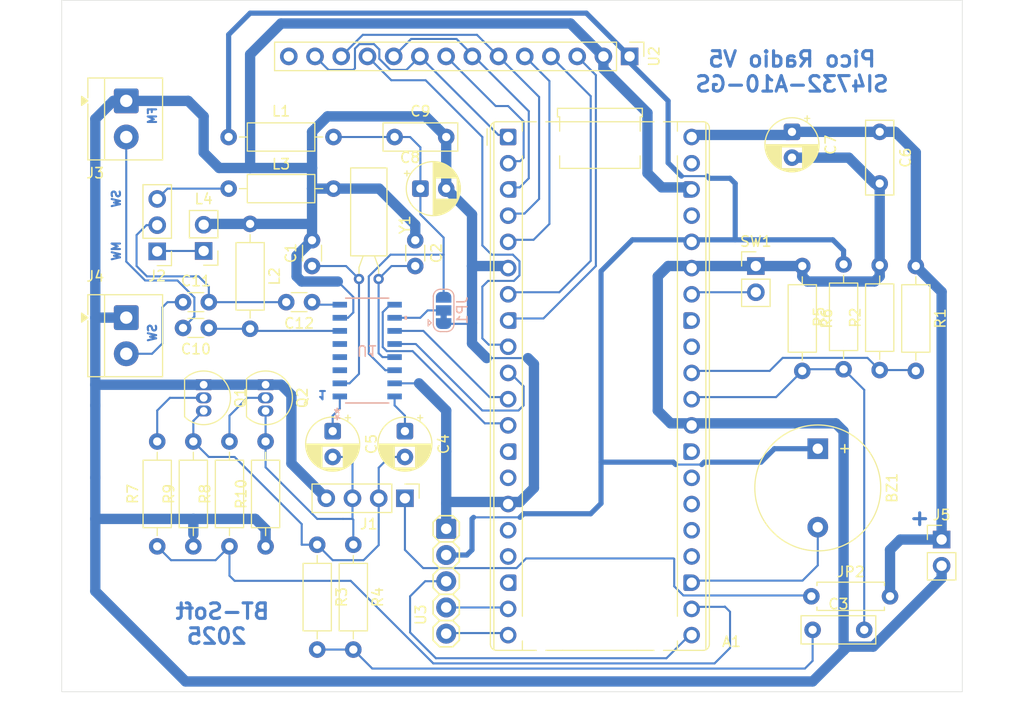
<source format=kicad_pcb>
(kicad_pcb (version 20241229) (generator "pcbnew") (generator_version "9.0")
  (title_block (title "Pico Radio 5"))
  (layers (0 "F.Cu" signal) (2 "B.Cu" signal) (13 "F.Paste" user) (15 "B.Paste" user) (5 "F.SilkS" user "F.Silkscreen") (7 "B.SilkS" user "B.Silkscreen") (1 "F.Mask" user) (3 "B.Mask" user) (25 "Edge.Cuts" user))
  (net 0 "")
  (net 1 "+3.3V")
  (net 2 "/DC")
  (net 3 "GND")
  (net 4 "+Vsys")
  (net 8 "/CS")
  (net 11 "/T_CS")
  (net 12 "ROT_SW")
  (net 14 "AD_FFT_AUDIO")
  (net 15 "Net-(A1-GPIO27_ADC1)")
  (net 16 "BUZZER")
  (net 17 "/RST")
  (net 18 "+Vbus")
  (net 19 "/SDI")
  (net 21 "/SCK")
  (net 22 "AUDIO_MUTE")
  (net 23 "Net-(A1-RUN)")
  (net 27 "ROT_DT")
  (net 28 "ROT_CLK")
  (net 29 "Net-(U1-GPO3{slash}DCLK)")
  (net 30 "Net-(U1-RCLK)")
  (net 31 "Net-(C3-Pad1)")
  (net 32 "Net-(U1-ROUT{slash}DOUT)")
  (net 33 "AUDIO_R")
  (net 34 "Net-(U1-LOUT{slash}DFS)")
  (net 35 "AUDIO_L")
  (net 36 "Net-(Q1-B)")
  (net 37 "Net-(Q2-B)")
  (net 39 "Net-(J3-Pin_2)")
  (net 43 "/SDO")
  (net 44 "Net-(U1-FMI)")
  (net 45 "Net-(J2-Pin_2)")
  (net 46 "Net-(J4-Pin_2)")
  (net 47 "Net-(U1-AMI)")
  (net 48 "Net-(J2-Pin_1)")
  (net 49 "Net-(J2-Pin_3)")
  (net 51 "Net-(JP1-C)")
  (net 52 "/Si_RST")
  (net 53 "/Si_SDA")
  (net 54 "/Si_SCL")
  (net 55 "Net-(JP1-B)")
  (net 56 "/LED")
  (net 58 "unconnected-(A1-GPIO22-Pad25)")
  (net 59 "Net-(J1-Pin_1)")
  (footprint "MountingHole:MountingHole_3.2mm_M3" (layer "F.Cu") (at 32.25 43.75)
    (property "Reference" "REF**" (hide yes))
    (property "Value" "MountingHole_3.2mm_M3")
  )
  (footprint "Resistor_THT:R_Axial_DIN0207_L6.3mm_D2.5mm_P10.16mm_Horizontal" (layer "F.Cu") (at 55.08 53.5 180)
    (property "Reference" "L1")
    (property "Value" "47uH")
  )
  (footprint "Capacitor_THT:C_Disc_D7.0mm_W2.5mm_P5.00mm" (layer "F.Cu") (at 66 53.5 180)
    (property "Reference" "C9")
    (property "Value" "100nF")
  )
  (footprint "Capacitor_THT:CP_Radial_D5.0mm_P2.50mm" (layer "F.Cu") (at 63.5 58.5)
    (property "Reference" "C8")
    (property "Value" "4.7uF")
  )
  (footprint "Connector_PinHeader_2.54mm:PinHeader_1x02_P2.54mm_Vertical" (layer "F.Cu") (at 96 66)
    (property "Reference" "SW1")
    (property "Value" "Reset")
  )
  (footprint "Connector_PinHeader_2.54mm:PinHeader_1x03_P2.54mm_Vertical" (layer "F.Cu") (at 38 64.58 180)
    (property "Reference" "J2")
    (property "Value" "MW/SW antenna")
  )
  (footprint "Resistor_THT:R_Axial_DIN0207_L6.3mm_D2.5mm_P10.16mm_Horizontal" (layer "F.Cu") (at 53.5 93 -90)
    (property "Reference" "R3")
    (property "Value" "22k")
  )
  (footprint "Capacitor_THT:CP_Radial_D5.0mm_P2.50mm" (layer "F.Cu") (at 99.5 53 -90)
    (property "Reference" "C7")
    (property "Value" "4.7uF")
  )
  (footprint "Resistor_THT:R_Axial_DIN0207_L6.3mm_D2.5mm_P10.16mm_Horizontal" (layer "F.Cu") (at 47 61.92 -90)
    (property "Reference" "L2")
    (property "Value" "270uH")
  )
  (footprint "Resistor_THT:R_Axial_DIN0207_L6.3mm_D2.5mm_P10.16mm_Horizontal" (layer "F.Cu") (at 57 93 -90)
    (property "Reference" "R4")
    (property "Value" "22k")
  )
  (footprint "Resistor_THT:R_Axial_DIN0207_L6.3mm_D2.5mm_P7.62mm_Horizontal" (layer "F.Cu") (at 101.38 98)
    (property "Reference" "JP2")
    (property "Value" "NYÁK átkötés")
  )
  (footprint "Resistor_THT:R_Axial_DIN0207_L6.3mm_D2.5mm_P10.16mm_Horizontal" (layer "F.Cu") (at 38 93.16 90)
    (property "Reference" "R7")
    (property "Value" "4.7k")
  )
  (footprint "Capacitor_THT:C_Disc_D3.0mm_W1.6mm_P2.50mm" (layer "F.Cu") (at 63 63.5 -90)
    (property "Reference" "C2")
    (property "Value" "22pF")
  )
  (footprint "Resistor_THT:R_Axial_DIN0207_L6.3mm_D2.5mm_P10.16mm_Horizontal" (layer "F.Cu") (at 48.5 93.16 90)
    (property "Reference" "R10")
    (property "Value" "4.7k")
  )
  (footprint "Capacitor_THT:C_Disc_D7.0mm_W2.5mm_P5.00mm" (layer "F.Cu") (at 108 53 -90)
    (property "Reference" "C6")
    (property "Value" "100nF")
  )
  (footprint "MountingHole:MountingHole_3.2mm_M3" (layer "F.Cu") (at 112.5 43.75)
    (property "Reference" "REF**" (hide yes))
    (property "Value" "MountingHole_3.2mm_M3")
  )
  (footprint "Connector_PinHeader_2.54mm:PinHeader_1x14_P2.54mm_Vertical" (layer "F.Cu") (at 83.77 45.69 -90)
    (property "Reference" "U2")
    (property "Value" "TFT_320x240")
  )
  (footprint "TerminalBlock_4Ucon:TerminalBlock_4Ucon_1x02_P3.50mm_Horizontal" (layer "F.Cu") (at 35 50 -90)
    (property "Reference" "J3")
    (property "Value" "FM antenna")
  )
  (footprint "Resistor_THT:R_Axial_DIN0207_L6.3mm_D2.5mm_P10.16mm_Horizontal" (layer "F.Cu") (at 41.5 93.16 90)
    (property "Reference" "R9")
    (property "Value" "4.7k")
  )
  (footprint "Package_TO_SOT_THT:TO-92_Inline" (layer "F.Cu") (at 42.5 77.5 -90)
    (property "Reference" "Q1")
    (property "Value" "PN2222A")
  )
  (footprint "Connector_PinHeader_2.54mm:PinHeader_1x04_P2.54mm_Vertical" (layer "F.Cu") (at 62 88.5 -90)
    (property "Reference" "J1")
    (property "Value" "HF Amplifier")
  )
  (footprint "Crystal:Crystal_C38-LF_D3.0mm_L8.0mm_Horizontal" (layer "F.Cu") (at 59.45 67.255 180)
    (property "Reference" "Y1")
    (property "Value" "32.762kHz")
  )
  (footprint "Resistor_THT:R_Axial_DIN0207_L6.3mm_D2.5mm_P10.16mm_Horizontal" (layer "F.Cu") (at 45 93.16 90)
    (property "Reference" "R8")
    (property "Value" "4.7k")
  )
  (footprint "Connector_PinHeader_2.54mm:PinHeader_1x02_P2.54mm_Vertical" (layer "F.Cu") (at 114 92.5)
    (property "Reference" "J5")
    (property "Value" "Batterry")
  )
  (footprint "Capacitor_THT:C_Disc_D3.0mm_W1.6mm_P2.50mm" (layer "F.Cu") (at 53 69.5 180)
    (property "Reference" "C12")
    (property "Value" "1nF")
  )
  (footprint "MountingHole:MountingHole_3.2mm_M3" (layer "F.Cu") (at 32.25 103.75)
    (property "Reference" "REF**" (hide yes))
    (property "Value" "MountingHole_3.2mm_M3")
  )
  (footprint "Connector_PinHeader_2.54mm:PinHeader_1x02_P2.54mm_Vertical" (layer "F.Cu") (at 42.5 64.54 180)
    (property "Reference" "L4")
    (property "Value" "30uH (MW Ferrite antenna)")
  )
  (footprint "MountingHole:MountingHole_3.2mm_M3" (layer "F.Cu") (at 112.5 103.75)
    (property "Reference" "REF**" (hide yes))
    (property "Value" "MountingHole_3.2mm_M3")
  )
  (footprint "Resistor_THT:R_Axial_DIN0207_L6.3mm_D2.5mm_P10.16mm_Horizontal" (layer "F.Cu") (at 104.5 76 90)
    (property "Reference" "R5")
    (property "Value" "10k")
  )
  (footprint "Resistor_THT:R_Axial_DIN0207_L6.3mm_D2.5mm_P10.16mm_Horizontal" (layer "F.Cu") (at 44.92 58.5)
    (property "Reference" "L3")
    (property "Value" "47uH")
  )
  (footprint "TerminalBlock_4Ucon:TerminalBlock_4Ucon_1x02_P3.50mm_Horizontal" (layer "F.Cu") (at 35 71 -90)
    (property "Reference" "J4")
    (property "Value" "SW antenna")
  )
  (footprint "Package_TO_SOT_THT:TO-92_Inline" (layer "F.Cu") (at 48.5 77.5 -90)
    (property "Reference" "Q2")
    (property "Value" "PN2222A")
  )
  (footprint "Resistor_THT:R_Axial_DIN0207_L6.3mm_D2.5mm_P10.16mm_Horizontal" (layer "F.Cu") (at 100.5 66 -90)
    (property "Reference" "R6")
    (property "Value" "10k")
  )
  (footprint "Capacitor_THT:CP_Radial_D5.0mm_P2.50mm" (layer "F.Cu") (at 55 82 -90)
    (property "Reference" "C5")
    (property "Value" "4.7uF")
  )
  (footprint "Capacitor_THT:C_Disc_D3.0mm_W1.6mm_P2.50mm" (layer "F.Cu") (at 53 66 90)
    (property "Reference" "C1")
    (property "Value" "22pF")
  )
  (footprint "Rotary_Encoder:KY-040-PORT" (layer "F.Cu") (at 66 95.27 90)
    (property "Reference" "U3")
    (property "Value" "KY-040")
  )
  (footprint "Resistor_THT:R_Axial_DIN0207_L6.3mm_D2.5mm_P10.16mm_Horizontal" (layer "F.Cu") (at 111.5 66 -90)
    (property "Reference" "R1")
    (property "Value" "200k")
  )
  (footprint "Module:RaspberryPi_Pico_Common_THT-simple" (layer "F.Cu") (at 72 53.5)
    (property "Reference" "A1")
    (property "Value" "RaspberryPi_Pico - purple")
  )
  (footprint "Capacitor_THT:C_Disc_D3.0mm_W1.6mm_P2.50mm" (layer "F.Cu") (at 40.5 69.5)
    (property "Reference" "C11")
    (property "Value" "1nF")
  )
  (footprint "Buzzer_Beeper:Buzzer_12x9.5RM7.6" (layer "F.Cu") (at 102 83.7 -90)
    (property "Reference" "BZ1")
    (property "Value" "Buzzer")
  )
  (footprint "Capacitor_THT:CP_Radial_D5.0mm_P2.50mm" (layer "F.Cu") (at 62 82 -90)
    (property "Reference" "C4")
    (property "Value" "4.7uF")
  )
  (footprint "Capacitor_THT:C_Disc_D7.0mm_W2.5mm_P5.00mm" (layer "F.Cu") (at 101.5 101.25)
    (property "Reference" "C3")
    (property "Value" "100nF")
  )
  (footprint "Capacitor_THT:C_Disc_D3.0mm_W1.6mm_P2.50mm" (layer "F.Cu") (at 43 72 180)
    (property "Reference" "C10")
    (property "Value" "33pF")
  )
  (footprint "Resistor_THT:R_Axial_DIN0207_L6.3mm_D2.5mm_P10.16mm_Horizontal" (layer "F.Cu") (at 108 76.08 90)
    (property "Reference" "R2")
    (property "Value" "100k")
  )
  (footprint "Package_SO:SOIC_A10-GS_SIL" (layer "B.Cu") (at 58.3457 74.19)
    (property "Reference" "U1")
    (property "Value" "SI4732-A10-GS")
  )
  (footprint "Jumper:SolderJumper-3_P1.3mm_Bridged12_RoundedPad1.0x1.5mm" (layer "B.Cu") (at 65.75 70.3 90)
    (property "Reference" "JP1")
    (property "Value" "Si4732 I2C Address")
  )
  (gr_line (start 28.75 40.25) (end 114.25 40.25) (stroke (width 0.05)) (layer "Edge.Cuts"))
  (gr_line (start 116 107.25) (end 116 40.25) (stroke (width 0.05)) (layer "Edge.Cuts"))
  (gr_line (start 116 107.25) (end 28.75 107.25) (stroke (width 0.05)) (layer "Edge.Cuts"))
  (gr_line (start 28.75 44) (end 28.75 40.25) (stroke (width 0.05)) (layer "Edge.Cuts"))
  (gr_line (start 28.75 107.25) (end 28.75 44) (stroke (width 0.05)) (layer "Edge.Cuts"))
  (gr_line (start 114.25 40.25) (end 116 40.25) (stroke (width 0.05)) (layer "Edge.Cuts"))
  (gr_text "SW" (at 38 71.5 90) (layer "B.Cu") (effects (font (size 0.8 0.8) (thickness 0.2) (bold yes)) (justify left bottom mirror)))
  (gr_text "SW" (at 34.5 58.5 90) (layer "B.Cu") (effects (font (size 0.8 0.8) (thickness 0.2) (bold yes)) (justify left bottom mirror)))
  (gr_text "BT-Soft \n2025" (at 43.75 102.75 0) (layer "B.Cu") (effects (font (size 1.5 1.5) (thickness 0.3) (bold yes)) (justify bottom mirror)))
  (gr_text "Pico Radio V5\nSI4732-A10-GS" (at 99.5 49.25 0) (layer "B.Cu") (effects (font (size 1.5 1.5) (thickness 0.3) (bold yes)) (justify bottom mirror)))
  (gr_text "+" (at 113 91.25 0) (layer "B.Cu") (effects (font (size 1.5 1.5) (thickness 0.3) (bold yes)) (justify left bottom mirror)))
  (gr_text "MW" (at 34.5 63.5 90) (layer "B.Cu") (effects (font (size 0.8 0.8) (thickness 0.2) (bold yes)) (justify left bottom mirror)))
  (gr_text "1" (at 53.5 78 180) (layer "B.Cu") (effects (font (size 0.8 0.8) (thickness 0.2) (bold yes)) (justify left bottom mirror)))
  (gr_text "FM" (at 38 50.5 90) (layer "B.Cu") (effects (font (size 0.8 0.8) (thickness 0.2) (bold yes)) (justify left bottom mirror)))
  (segment (start 88 85) (end 81 85) (width 0.5) (layer "B.Cu") (net 1))
  (segment (start 88.236 85.236) (end 90.764 85.236) (width 0.2) (layer "B.Cu") (net 1))
  (segment (start 68.5 90.5) (end 68.5 93.5) (width 0.5) (layer "B.Cu") (net 1))
  (segment (start 81 85) (end 81 66.5) (width 0.5) (layer "B.Cu") (net 1))
  (segment (start 83.77 45.69) (end 79.58 41.5) (width 0.5) (layer "B.Cu") (net 1))
  (segment (start 93.5 57.5) (end 91.5 57.5) (width 0.5) (layer "B.Cu") (net 1))
  (segment (start 97.8 83.7) (end 96.5 85) (width 0.5) (layer "B.Cu") (net 1))
  (segment (start 102 83.7) (end 97.8 83.7) (width 0.5) (layer "B.Cu") (net 1))
  (segment (start 47 41.5) (end 44.92 43.58) (width 0.5) (layer "B.Cu") (net 1))
  (segment (start 79.58 41.5) (end 47 41.5) (width 0.5) (layer "B.Cu") (net 1))
  (segment (start 88 85) (end 88.236 85.236) (width 0.5) (layer "B.Cu") (net 1))
  (segment (start 81 89) (end 81 85) (width 0.5) (layer "B.Cu") (net 1))
  (segment (start 87.5 56) (end 88.791 57.291) (width 0.5) (layer "B.Cu") (net 1))
  (segment (start 80 90) (end 81 89) (width 0.5) (layer "B.Cu") (net 1))
  (segment (start 83.77 46.27) (end 87.5 50) (width 0.5) (layer "B.Cu") (net 1))
  (segment (start 68.5 93.5) (end 68 94) (width 0.5) (layer "B.Cu") (net 1))
  (segment (start 104.5 65.84) (end 104.5 64.5) (width 0.5) (layer "B.Cu") (net 1))
  (segment (start 96.5 85) (end 91 85) (width 0.5) (layer "B.Cu") (net 1))
  (segment (start 104.5 64.5) (end 103.46 63.46) (width 0.5) (layer "B.Cu") (net 1))
  (segment (start 94 58) (end 94 63.46) (width 0.5) (layer "B.Cu") (net 1))
  (segment (start 73.151 90.349) (end 73.5 90) (width 0.5) (layer "B.Cu") (net 1))
  (segment (start 83.77 46.091) (end 83.77 46.27) (width 0.2) (layer "B.Cu") (net 1))
  (segment (start 91.291 57.291) (end 91.5 57.5) (width 0.5) (layer "B.Cu") (net 1))
  (segment (start 103.46 63.46) (end 89.78 63.46) (width 0.5) (layer "B.Cu") (net 1))
  (segment (start 94 58) (end 93.5 57.5) (width 0.5) (layer "B.Cu") (net 1))
  (segment (start 68 94) (end 66 94) (width 0.5) (layer "B.Cu") (net 1))
  (segment (start 68.651 90.349) (end 73.151 90.349) (width 0.2) (layer "B.Cu") (net 1))
  (segment (start 90.764 85.236) (end 91 85) (width 0.5) (layer "B.Cu") (net 1))
  (segment (start 84.04 63.46) (end 89.78 63.46) (width 0.5) (layer "B.Cu") (net 1))
  (segment (start 44.92 43.58) (end 44.92 53.5) (width 0.5) (layer "B.Cu") (net 1))
  (segment (start 80 90) (end 73.5 90) (width 0.5) (layer "B.Cu") (net 1))
  (segment (start 94 63.46) (end 95.5 63.46) (width 0.2) (layer "B.Cu") (net 1))
  (segment (start 81 66.5) (end 84.04 63.46) (width 0.5) (layer "B.Cu") (net 1))
  (segment (start 68.5 90.5) (end 68.651 90.349) (width 0.5) (layer "B.Cu") (net 1))
  (segment (start 88.791 57.291) (end 91.291 57.291) (width 0.2) (layer "B.Cu") (net 1))
  (segment (start 87.5 50) (end 87.5 56) (width 0.5) (layer "B.Cu") (net 1))
  (segment (start 76 61.92) (end 76 48.08) (width 0.2) (layer "B.Cu") (net 2))
  (segment (start 76 48.08) (end 73.61 45.69) (width 0.2) (layer "B.Cu") (net 2))
  (segment (start 74.46 63.46) (end 72 63.46) (width 0.2) (layer "B.Cu") (net 2))
  (segment (start 76 61.92) (end 74.46 63.46) (width 0.2) (layer "B.Cu") (net 2))
  (segment (start 71.462065 65.741) (end 71.420065 65.699) (width 0.2) (layer "F.Cu") (net 3))
  (segment (start 73.14 88.86) (end 74.5 87.5) (width 1) (layer "B.Cu") (net 3))
  (segment (start 48.5 93.16) (end 48.5 91.5) (width 1) (layer "B.Cu") (net 3))
  (segment (start 41.5 92) (end 41.5 93.16) (width 0.2) (layer "B.Cu") (net 3))
  (segment (start 32 90.5) (end 32 97.5) (width 1) (layer "B.Cu") (net 3))
  (segment (start 101.5 106.25) (end 104.5 103.25) (width 1) (layer "B.Cu") (net 3))
  (segment (start 40.75 106.25) (end 101.5 106.25) (width 1) (layer "B.Cu") (net 3))
  (segment (start 72 88.86) (end 66.14 88.86) (width 1) (layer "B.Cu") (net 3))
  (segment (start 32 79.5) (end 32 86.5) (width 1) (layer "B.Cu") (net 3))
  (segment (start 87.74 81.24) (end 86.5 80) (width 1) (layer "B.Cu") (net 3))
  (segment (start 114 95.04) (end 114 96.242081) (width 1) (layer "B.Cu") (net 3))
  (segment (start 105 55.5) (end 99.5 55.5) (width 1) (layer "B.Cu") (net 3))
  (segment (start 54.5 51.5) (end 64 51.5) (width 1) (layer "B.Cu") (net 3))
  (segment (start 72 66) (end 68.5 66) (width 1) (layer "B.Cu") (net 3))
  (segment (start 66 80) (end 63.365 77.365) (width 1) (layer "B.Cu") (net 3))
  (segment (start 66 83.899) (end 66 80) (width 1) (layer "B.Cu") (net 3))
  (segment (start 65.75 71.6) (end 68.4 71.6) (width 0.2) (layer "B.Cu") (net 3))
  (segment (start 51 78.5) (end 51 85.12) (width 1) (layer "B.Cu") (net 3))
  (segment (start 51.5 67) (end 51.5 65) (width 1) (layer "B.Cu") (net 3))
  (segment (start 55.6914 71.015) (end 56.485 71.015) (width 0.2) (layer "B.Cu") (net 3))
  (segment (start 63.365 77.365) (end 61 77.365) (width 0.2) (layer "B.Cu") (net 3))
  (segment (start 107.5 58) (end 105 55.5) (width 1) (layer "B.Cu") (net 3))
  (segment (start 42.5 77.5) (end 32 77.5) (width 1) (layer "B.Cu") (net 3))
  (segment (start 55.5 67.5) (end 52 67.5) (width 1) (layer "B.Cu") (net 3))
  (segment (start 107.5 67.5) (end 108 67) (width 1) (layer "B.Cu") (net 3))
  (segment (start 32 51.75) (end 33.75 50) (width 1) (layer "B.Cu") (net 3))
  (segment (start 89.78 81.24) (end 103.74 81.24) (width 1) (layer "B.Cu") (net 3))
  (segment (start 33.75 50) (end 35 50) (width 1) (layer "B.Cu") (net 3))
  (segment (start 78.04 42.5) (end 50 42.5) (width 1) (layer "B.Cu") (net 3))
  (segment (start 86.88 58.38) (end 89.78 58.38) (width 1) (layer "B.Cu") (net 3))
  (segment (start 53 63.5) (end 53 58.5) (width 1) (layer "B.Cu") (net 3))
  (segment (start 96 66) (end 89.78 66) (width 1) (layer "B.Cu") (net 3))
  (segment (start 57 69) (end 55.5 67.5) (width 0.2) (layer "B.Cu") (net 3))
  (segment (start 63 62) (end 59.5 58.5) (width 1) (layer "B.Cu") (net 3))
  (segment (start 68.4 71.6) (end 68.5 71.5) (width 0.2) (layer "B.Cu") (net 3))
  (segment (start 100.5 67) (end 101 67.5) (width 1) (layer "B.Cu") (net 3))
  (segment (start 63 63.5) (end 63 62) (width 1) (layer "B.Cu") (net 3))
  (segment (start 41.5 90.5) (end 32 90.5) (width 1) (layer "B.Cu") (net 3))
  (segment (start 74.5 87.5) (end 74.5 75.5) (width 1) (layer "B.Cu") (net 3))
  (segment (start 72 88.86) (end 73.14 88.86) (width 1) (layer "B.Cu") (net 3))
  (segment (start 52 67.5) (end 51.5 67) (width 1) (layer "B.Cu") (net 3))
  (segment (start 53 53) (end 54.5 51.5) (width 1) (layer "B.Cu") (net 3))
  (segment (start 47 61.92) (end 52.92 61.92) (width 1) (layer "B.Cu") (net 3))
  (segment (start 47 56.5) (end 53 56.5) (width 1) (layer "B.Cu") (net 3))
  (segment (start 47.5 90.5) (end 41.5 90.5) (width 1) (layer "B.Cu") (net 3))
  (segment (start 69.921 74.921) (end 73.921 74.921) (width 0.2) (layer "B.Cu") (net 3))
  (segment (start 32 71) (end 35 71) (width 1) (layer "B.Cu") (net 3))
  (segment (start 68.5 71.5) (end 68.5 73.5) (width 1) (layer "B.Cu") (net 3))
  (segment (start 107.367081 102.875) (end 104.875 102.875) (width 1) (layer "B.Cu") (net 3))
  (segment (start 64 51.5) (end 66 53.5) (width 1) (layer "B.Cu") (net 3))
  (segment (start 48.5 91.5) (end 47.5 90.5) (width 1) (layer "B.Cu") (net 3))
  (segment (start 53 56.5) (end 53 53) (width 1) (layer "B.Cu") (net 3))
  (segment (start 68.5 73.5) (end 69.921 74.921) (width 1) (layer "B.Cu") (net 3))
  (segment (start 32 90.5) (end 32 86.5) (width 1) (layer "B.Cu") (net 3))
  (segment (start 68.5 66) (end 68.5 71.5) (width 1) (layer "B.Cu") (net 3))
  (segment (start 47 61.92) (end 42.58 61.92) (width 1) (layer "B.Cu") (net 3))
  (segment (start 35.5 50) (end 41 50) (width 1) (layer "B.Cu") (net 3))
  (segment (start 100.5 66) (end 100.5 67) (width 1) (layer "B.Cu") (net 3))
  (segment (start 81.23 45.69) (end 78.04 42.5) (width 1) (layer "B.Cu") (net 3))
  (segment (start 86.5 67) (end 87.5 66) (width 1) (layer "B.Cu") (net 3))
  (segment (start 85.5 57) (end 86.88 58.38) (width 1) (layer "B.Cu") (net 3))
  (segment (start 42.5 51.5) (end 42.5 55) (width 1) (layer "B.Cu") (net 3))
  (segment (start 32 71) (end 32 51.75) (width 1) (layer "B.Cu") (net 3))
  (segment (start 53 62) (end 53 63.5) (width 0.2) (layer "B.Cu") (net 3))
  (segment (start 47 45.5) (end 47 56.5) (width 1) (layer "B.Cu") (net 3))
  (segment (start 73.921 74.921) (end 74.5 75.5) (width 1) (layer "B.Cu") (net 3))
  (segment (start 87.5 66) (end 89.78 66) (width 1) (layer "B.Cu") (net 3))
  (segment (start 57 70.5) (end 57 69) (width 0.2) (layer "B.Cu") (net 3))
  (segment (start 42.58 61.92) (end 42.5 62) (width 0.2) (layer "B.Cu") (net 3))
  (segment (start 101 67.5) (end 107.5 67.5) (width 1) (layer "B.Cu") (net 3))
  (segment (start 66 89) (end 66 91.46) (width 1) (layer "B.Cu") (net 3))
  (segment (start 108 67) (end 108 65.92) (width 1) (layer "B.Cu") (net 3))
  (segment (start 41 50) (end 42.5 51.5) (width 1) (layer "B.Cu") (net 3))
  (segment (start 108 65.92) (end 108 58) (width 1) (layer "B.Cu") (net 3))
  (segment (start 32 79.5) (end 32 77.5) (width 1) (layer "B.Cu") (net 3))
  (segment (start 50 77.5) (end 51 78.5) (width 1) (layer "B.Cu") (net 3))
  (segment (start 114 96.242081) (end 107.367081 102.875) (width 1) (layer "B.Cu") (net 3))
  (segment (start 48.5 77.5) (end 42.5 77.5) (width 1) (layer "B.Cu") (net 3))
  (segment (start 81.23 45.69) (end 81.23 46.892081) (width 1) (layer "B.Cu") (net 3))
  (segment (start 85.5 51.162081) (end 85.5 57) (width 1) (layer "B.Cu") (net 3))
  (segment (start 66.14 88.86) (end 66 89) (width 0.2) (layer "B.Cu") (net 3))
  (segment (start 55.08 58.5) (end 53 58.5) (width 1) (layer "B.Cu") (net 3))
  (segment (start 86.5 80) (end 86.5 67) (width 1) (layer "B.Cu") (net 3))
  (segment (start 53 58.5) (end 53 56.5) (width 1) (layer "B.Cu") (net 3))
  (segment (start 56.485 71.015) (end 57 70.5) (width 0.2) (layer "B.Cu") (net 3))
  (segment (start 50 42.5) (end 47 45.5) (width 1) (layer "B.Cu") (net 3))
  (segment (start 104.5 82) (end 104.5 103.25) (width 1) (layer "B.Cu") (net 3))
  (segment (start 68.5 61) (end 68.5 66) (width 1) (layer "B.Cu") (net 3))
  (segment (start 81.23 46.892081) (end 85.5 51.162081) (width 1) (layer "B.Cu") (net 3))
  (segment (start 32 97.5) (end 40.75 106.25) (width 1) (layer "B.Cu") (net 3))
  (segment (start 51 85.12) (end 54.38 88.5) (width 1) (layer "B.Cu") (net 3))
  (segment (start 104.5 103.25) (end 104.875 102.875) (width 1) (layer "B.Cu") (net 3))
  (segment (start 66 53.5) (end 66 58.5) (width 1) (layer "B.Cu") (net 3))
  (segment (start 52.92 61.92) (end 53 62) (width 0.2) (layer "B.Cu") (net 3))
  (segment (start 59.5 58.5) (end 55.08 58.5) (width 1) (layer "B.Cu") (net 3))
  (segment (start 103.74 81.24) (end 104.5 82) (width 1) (layer "B.Cu") (net 3))
  (segment (start 51.5 65) (end 53 63.5) (width 1) (layer "B.Cu") (net 3))
  (segment (start 66 84) (end 66 89) (width 1) (layer "B.Cu") (net 3))
  (segment (start 89.78 81.24) (end 87.74 81.24) (width 1) (layer "B.Cu") (net 3))
  (segment (start 44 56.5) (end 47 56.5) (width 1) (layer "B.Cu") (net 3))
  (segment (start 66 58.5) (end 68.5 61) (width 1) (layer "B.Cu") (net 3))
  (segment (start 41.5 92) (end 41.5 90.5) (width 1) (layer "B.Cu") (net 3))
  (segment (start 108 58) (end 107.5 58) (width 0.2) (layer "B.Cu") (net 3))
  (segment (start 96 66) (end 100.5 66) (width 1) (layer "B.Cu") (net 3))
  (segment (start 48.5 77.5) (end 50 77.5) (width 1) (layer "B.Cu") (net 3))
  (segment (start 42.5 55) (end 44 56.5) (width 1) (layer "B.Cu") (net 3))
  (segment (start 32 77.5) (end 32 71) (width 1) (layer "B.Cu") (net 3))
  (segment (start 75.42 71.08) (end 72 71.08) (width 0.2) (layer "B.Cu") (net 8))
  (segment (start 80.5 47.5) (end 80.5 66) (width 0.2) (layer "B.Cu") (net 8))
  (segment (start 80.5 66) (end 75.42 71.08) (width 0.2) (layer "B.Cu") (net 8))
  (segment (start 78.69 45.69) (end 80.5 47.5) (width 0.2) (layer "B.Cu") (net 8))
  (segment (start 60.68 48) (end 64 48) (width 0.2) (layer "B.Cu") (net 11))
  (segment (start 69.5 68) (end 69.5 73) (width 0.2) (layer "B.Cu") (net 11))
  (segment (start 64 48) (end 69.5 53.5) (width 0.2) (layer "B.Cu") (net 11))
  (segment (start 72.561 67.439) (end 70.061 67.439) (width 0.2) (layer "B.Cu") (net 11))
  (segment (start 72.45605 64.899) (end 73.101 65.54395) (width 0.2) (layer "B.Cu") (net 11))
  (segment (start 70.061 67.439) (end 69.5 68) (width 0.2) (layer "B.Cu") (net 11))
  (segment (start 69.5 53.5) (end 69.5 64) (width 0.2) (layer "B.Cu") (net 11))
  (segment (start 70.399 64.899) (end 72.45605 64.899) (width 0.2) (layer "B.Cu") (net 11))
  (segment (start 58.37 45.69) (end 60.68 48) (width 0.2) (layer "B.Cu") (net 11))
  (segment (start 70.12 73.62) (end 72 73.62) (width 0.2) (layer "B.Cu") (net 11))
  (segment (start 73.101 66.899) (end 72.561 67.439) (width 0.2) (layer "B.Cu") (net 11))
  (segment (start 69.5 73) (end 70.12 73.62) (width 0.2) (layer "B.Cu") (net 11))
  (segment (start 69.5 64) (end 70.399 64.899) (width 0.2) (layer "B.Cu") (net 11))
  (segment (start 73.101 65.54395) (end 73.101 66.899) (width 0.2) (layer "B.Cu") (net 11))
  (segment (start 65 104) (end 87.34 104) (width 0.2) (layer "B.Cu") (net 12))
  (segment (start 62.5 101.5) (end 65 104) (width 0.2) (layer "B.Cu") (net 12))
  (segment (start 63.96 96.54) (end 62.5 98) (width 0.2) (layer "B.Cu") (net 12))
  (segment (start 87.34 104) (end 89.78 101.56) (width 0.2) (layer "B.Cu") (net 12))
  (segment (start 66 96.54) (end 63.96 96.54) (width 0.2) (layer "B.Cu") (net 12))
  (segment (start 62.5 98) (end 62.5 101.5) (width 0.2) (layer "B.Cu") (net 12))
  (segment (start 106.5 101.25) (end 106.5 78) (width 0.2) (layer "B.Cu") (net 14))
  (segment (start 100.66 76) (end 100.5 76.16) (width 0.2) (layer "B.Cu") (net 14))
  (segment (start 97.96 78.7) (end 100.5 76.16) (width 0.2) (layer "B.Cu") (net 14))
  (segment (start 106.5 78) (end 104.5 76) (width 0.2) (layer "B.Cu") (net 14))
  (segment (start 104.5 76) (end 100.66 76) (width 0.2) (layer "B.Cu") (net 14))
  (segment (start 89.78 78.7) (end 97.96 78.7) (width 0.2) (layer "B.Cu") (net 14))
  (segment (start 97.34 76.16) (end 98.601 74.899) (width 0.2) (layer "B.Cu") (net 15))
  (segment (start 89.78 76.16) (end 97.34 76.16) (width 0.2) (layer "B.Cu") (net 15))
  (segment (start 106.819 74.899) (end 108 76.08) (width 0.2) (layer "B.Cu") (net 15))
  (segment (start 108 76.08) (end 111.42 76.08) (width 0.2) (layer "B.Cu") (net 15))
  (segment (start 98.601 74.899) (end 106.819 74.899) (width 0.2) (layer "B.Cu") (net 15))
  (segment (start 111.42 76.08) (end 111.5 76.16) (width 0.2) (layer "B.Cu") (net 15))
  (segment (start 100.52 96.48) (end 102 95) (width 0.2) (layer "B.Cu") (net 16))
  (segment (start 102 95) (end 102 91.3) (width 0.2) (layer "B.Cu") (net 16))
  (segment (start 89.8 96.5) (end 89.78 96.48) (width 0.2) (layer "B.Cu") (net 16))
  (segment (start 89.78 96.48) (end 100.52 96.48) (width 0.2) (layer "B.Cu") (net 16))
  (segment (start 80 49.54) (end 80 65.5) (width 0.2) (layer "B.Cu") (net 17))
  (segment (start 80 65.5) (end 76.96 68.54) (width 0.2) (layer "B.Cu") (net 17))
  (segment (start 76.15 45.69) (end 80 49.54) (width 0.2) (layer "B.Cu") (net 17))
  (segment (start 76.96 68.54) (end 72 68.54) (width 0.2) (layer "B.Cu") (net 17))
  (segment (start 114 92.5) (end 110 92.5) (width 1) (layer "B.Cu") (net 18))
  (segment (start 114 68.5) (end 111.5 66) (width 1) (layer "B.Cu") (net 18))
  (segment (start 114 68.5) (end 114 92.5) (width 1) (layer "B.Cu") (net 18))
  (segment (start 108 53) (end 99.5 53) (width 1) (layer "B.Cu") (net 18))
  (segment (start 111.5 55) (end 109.5 53) (width 1) (layer "B.Cu") (net 18))
  (segment (start 89.78 53.3) (end 99.2 53.3) (width 1) (layer "B.Cu") (net 18))
  (segment (start 109.5 53) (end 108 53) (width 1) (layer "B.Cu") (net 18))
  (segment (start 111.5 66) (end 111.5 55) (width 1) (layer "B.Cu") (net 18))
  (segment (start 99.2 53.3) (end 99.5 53) (width 0.2) (layer "B.Cu") (net 18))
  (segment (start 110 92.5) (end 109 93.5) (width 1) (layer "B.Cu") (net 18))
  (segment (start 109 93.5) (end 109 98) (width 1) (layer "B.Cu") (net 18))
  (segment (start 73.58 60.92) (end 72 60.92) (width 0.2) (layer "B.Cu") (net 19))
  (segment (start 75 59.5) (end 73.58 60.92) (width 0.2) (layer "B.Cu") (net 19))
  (segment (start 75 49.62) (end 75 59.5) (width 0.2) (layer "B.Cu") (net 19))
  (segment (start 57.921 43.599) (end 68.979 43.599) (width 0.2) (layer "B.Cu") (net 19))
  (segment (start 55.83 45.69) (end 57.921 43.599) (width 0.2) (layer "B.Cu") (net 19))
  (segment (start 68.979 43.599) (end 71.07 45.69) (width 0.2) (layer "B.Cu") (net 19))
  (segment (start 71.07 45.69) (end 75 49.62) (width 0.2) (layer "B.Cu") (net 19))
  (segment (start 68.53 45.53) (end 68.5 45.5) (width 0.2) (layer "B.Cu") (net 21))
  (segment (start 74 57.5) (end 73.12 58.38) (width 0.2) (layer "B.Cu") (net 21))
  (segment (start 68.5 45.5) (end 67 44) (width 0.2) (layer "B.Cu") (net 21))
  (segment (start 68.69 45.69) (end 74 51) (width 0.2) (layer "B.Cu") (net 21))
  (segment (start 74 51) (end 74 57.5) (width 0.2) (layer "B.Cu") (net 21))
  (segment (start 68.53 45.69) (end 68.53 45.53) (width 0.2) (layer "B.Cu") (net 21))
  (segment (start 60.91 45.69) (end 62.6 44) (width 0.2) (layer "B.Cu") (net 21))
  (segment (start 68.53 45.69) (end 68.69 45.69) (width 0.2) (layer "B.Cu") (net 21))
  (segment (start 62.6 44) (end 66.5 44) (width 0.2) (layer "B.Cu") (net 21))
  (segment (start 67 44) (end 66.5 44) (width 0.2) (layer "B.Cu") (net 21))
  (segment (start 73.12 58.38) (end 72 58.38) (width 0.2) (layer "B.Cu") (net 21))
  (segment (start 56.75 96.5) (end 64.75 104.5) (width 0.2) (layer "B.Cu") (net 22))
  (segment (start 64.75 104.5) (end 92 104.5) (width 0.2) (layer "B.Cu") (net 22))
  (segment (start 39.34 94.5) (end 43.66 94.5) (width 0.2) (layer "B.Cu") (net 22))
  (segment (start 93.5 99.5) (end 93 99) (width 0.2) (layer "B.Cu") (net 22))
  (segment (start 92 104.5) (end 93.5 103) (width 0.2) (layer "B.Cu") (net 22))
  (segment (start 92.98 99.02) (end 89.78 99.02) (width 0.2) (layer "B.Cu") (net 22))
  (segment (start 43.66 94.5) (end 45 93.16) (width 0.2) (layer "B.Cu") (net 22))
  (segment (start 45.5 96.5) (end 56.75 96.5) (width 0.2) (layer "B.Cu") (net 22))
  (segment (start 93.5 103) (end 93.5 99.5) (width 0.2) (layer "B.Cu") (net 22))
  (segment (start 93 99) (end 92.98 99.02) (width 0.2) (layer "B.Cu") (net 22))
  (segment (start 45 93.16) (end 45 96) (width 0.2) (layer "B.Cu") (net 22))
  (segment (start 38 93.16) (end 39.34 94.5) (width 0.2) (layer "B.Cu") (net 22))
  (segment (start 45 96) (end 45.5 96.5) (width 0.2) (layer "B.Cu") (net 22))
  (segment (start 96 68.54) (end 89.78 68.54) (width 0.2) (layer "B.Cu") (net 23))
  (segment (start 66 99.08) (end 71.94 99.08) (width 0.2) (layer "B.Cu") (net 27))
  (segment (start 71.94 99.08) (end 72 99.02) (width 0.2) (layer "B.Cu") (net 27))
  (segment (start 66.06 101.56) (end 66 101.62) (width 0.2) (layer "B.Cu") (net 28))
  (segment (start 72 101.56) (end 66.06 101.56) (width 0.2) (layer "B.Cu") (net 28))
  (segment (start 56.295 66) (end 57.55 67.255) (width 0.2) (layer "B.Cu") (net 29))
  (segment (start 53 66) (end 56.295 66) (width 0.2) (layer "B.Cu") (net 29))
  (segment (start 56.635 77.365) (end 55.6914 77.365) (width 0.2) (layer "B.Cu") (net 29))
  (segment (start 57.55 76.45) (end 56.635 77.365) (width 0.2) (layer "B.Cu") (net 29))
  (segment (start 57.55 67.255) (end 57.55 76.45) (width 0.2) (layer "B.Cu") (net 29))
  (segment (start 63 66) (end 60.705 66) (width 0.2) (layer "B.Cu") (net 30))
  (segment (start 59.45 67.255) (end 59.45 74.45) (width 0.2) (layer "B.Cu") (net 30))
  (segment (start 59.825 74.825) (end 61 74.825) (width 0.2) (layer "B.Cu") (net 30))
  (segment (start 59.45 74.45) (end 59.825 74.825) (width 0.2) (layer "B.Cu") (net 30))
  (segment (start 60.705 66) (end 59.45 67.255) (width 0.2) (layer "B.Cu") (net 30))
  (segment (start 101.5 104.25) (end 100.75 105) (width 0.2) (layer "B.Cu") (net 31))
  (segment (start 58.84 105) (end 57 103.16) (width 0.2) (layer "B.Cu") (net 31))
  (segment (start 101.5 101.25) (end 101.5 104.25) (width 0.2) (layer "B.Cu") (net 31))
  (segment (start 100.75 105) (end 58.84 105) (width 0.2) (layer "B.Cu") (net 31))
  (segment (start 53.5 103.16) (end 57 103.16) (width 0.2) (layer "B.Cu") (net 31))
  (segment (start 61 79.5) (end 61 78.635) (width 0.2) (layer "B.Cu") (net 32))
  (segment (start 62 82) (end 62 80.5) (width 0.2) (layer "B.Cu") (net 32))
  (segment (start 62 80.5) (end 61 79.5) (width 0.2) (layer "B.Cu") (net 32))
  (segment (start 45.5 84.5) (end 52 91) (width 0.2) (layer "B.Cu") (net 33))
  (segment (start 42.46 80.04) (end 41.5 81) (width 0.2) (layer "B.Cu") (net 33))
  (segment (start 41.5 81) (end 41.5 83) (width 0.2) (layer "B.Cu") (net 33))
  (segment (start 58 94.5) (end 59.46 93.04) (width 0.2) (layer "B.Cu") (net 33))
  (segment (start 59.46 93.04) (end 59.46 88.5) (width 0.2) (layer "B.Cu") (net 33))
  (segment (start 59.46 85.54) (end 59.46 88.5) (width 0.2) (layer "B.Cu") (net 33))
  (segment (start 60.5 84.5) (end 59.46 85.54) (width 0.2) (layer "B.Cu") (net 33))
  (segment (start 42.5 80.04) (end 42.46 80.04) (width 0.2) (layer "B.Cu") (net 33))
  (segment (start 41.5 83) (end 43 84.5) (width 0.2) (layer "B.Cu") (net 33))
  (segment (start 52 93) (end 53.5 93) (width 0.2) (layer "B.Cu") (net 33))
  (segment (start 52 91) (end 52 93) (width 0.2) (layer "B.Cu") (net 33))
  (segment (start 61.5 84.5) (end 60.5 84.5) (width 0.2) (layer "B.Cu") (net 33))
  (segment (start 53.5 93) (end 55 94.5) (width 0.2) (layer "B.Cu") (net 33))
  (segment (start 62 85) (end 61.5 84.5) (width 0.2) (layer "B.Cu") (net 33))
  (segment (start 55 94.5) (end 58 94.5) (width 0.2) (layer "B.Cu") (net 33))
  (segment (start 43 84.5) (end 45.5 84.5) (width 0.2) (layer "B.Cu") (net 33))
  (segment (start 55 80.5) (end 55 82) (width 0.2) (layer "B.Cu") (net 34))
  (segment (start 55.6914 79.8086) (end 55.6914 78.635) (width 0.2) (layer "B.Cu") (net 34))
  (segment (start 55 80.5) (end 55.6914 79.8086) (width 0.2) (layer "B.Cu") (net 34))
  (segment (start 48.5 80.04) (end 48.5 83) (width 0.2) (layer "B.Cu") (net 35))
  (segment (start 57 93) (end 57 90.58) (width 0.2) (layer "B.Cu") (net 35))
  (segment (start 56.5 84.5) (end 56.92 84.92) (width 0.2) (layer "B.Cu") (net 35))
  (segment (start 55 85) (end 55.5 84.5) (width 0.2) (layer "B.Cu") (net 35))
  (segment (start 53.5 90.5) (end 56 90.5) (width 0.2) (layer "B.Cu") (net 35))
  (segment (start 56.92 84.92) (end 56.92 88.5) (width 0.2) (layer "B.Cu") (net 35))
  (segment (start 48.5 85.5) (end 53.5 90.5) (width 0.2) (layer "B.Cu") (net 35))
  (segment (start 57 90.58) (end 56.92 90.5) (width 0.2) (layer "B.Cu") (net 35))
  (segment (start 56.92 90.5) (end 56.92 88.5) (width 0.2) (layer "B.Cu") (net 35))
  (segment (start 48.5 83) (end 48.5 85.5) (width 0.2) (layer "B.Cu") (net 35))
  (segment (start 55.5 84.5) (end 56.5 84.5) (width 0.2) (layer "B.Cu") (net 35))
  (segment (start 56 90.5) (end 56.92 90.5) (width 0.2) (layer "B.Cu") (net 35))
  (segment (start 42.5 78.77) (end 39.23 78.77) (width 0.2) (layer "B.Cu") (net 36))
  (segment (start 38 80) (end 38 83) (width 0.2) (layer "B.Cu") (net 36))
  (segment (start 39.23 78.77) (end 38 80) (width 0.2) (layer "B.Cu") (net 36))
  (segment (start 46.73 78.77) (end 45 80.5) (width 0.2) (layer "B.Cu") (net 37))
  (segment (start 48.5 78.77) (end 46.73 78.77) (width 0.2) (layer "B.Cu") (net 37))
  (segment (start 45 80.5) (end 45 83) (width 0.2) (layer "B.Cu") (net 37))
  (segment (start 41.601 70.899) (end 41.601 69.04395) (width 0.2) (layer "B.Cu") (net 39))
  (segment (start 41.601 69.04395) (end 39.95805 67.401) (width 0.2) (layer "B.Cu") (net 39))
  (segment (start 40.5 72) (end 41.601 70.899) (width 0.2) (layer "B.Cu") (net 39))
  (segment (start 39.95805 67.401) (end 36.8339 67.401) (width 0.2) (layer "B.Cu") (net 39))
  (segment (start 36.8339 67.401) (end 35 65.5671) (width 0.2) (layer "B.Cu") (net 39))
  (segment (start 35 65.5671) (end 35 53.5) (width 0.2) (layer "B.Cu") (net 39))
  (segment (start 59.521 45.021) (end 59.521 45.92876) (width 0.2) (layer "B.Cu") (net 43))
  (segment (start 60.59224 47) (end 62.14 47) (width 0.2) (layer "B.Cu") (net 43))
  (segment (start 59 44.5) (end 59.521 45.021) (width 0.2) (layer "B.Cu") (net 43))
  (segment (start 57.159 44.9281) (end 57.5871 44.5) (width 0.2) (layer "B.Cu") (net 43))
  (segment (start 54.6 47) (end 54.55 46.95) (width 0.2) (layer "B.Cu") (net 43))
  (segment (start 53.29 45.69) (end 54.55 46.95) (width 0.2) (layer "B.Cu") (net 43))
  (segment (start 57.159 44.9281) (end 57.159 46.841) (width 0.2) (layer "B.Cu") (net 43))
  (segment (start 57 47) (end 54.6 47) (width 0.2) (layer "B.Cu") (net 43))
  (segment (start 59.521 45.92876) (end 60.59224 47) (width 0.2) (layer "B.Cu") (net 43))
  (segment (start 57.5871 44.5) (end 59 44.5) (width 0.2) (layer "B.Cu") (net 43))
  (segment (start 57.159 46.841) (end 57 47) (width 0.2) (layer "B.Cu") (net 43))
  (segment (start 62.14 47) (end 63.45 45.69) (width 0.2) (layer "B.Cu") (net 43))
  (segment (start 71.06 53.3) (end 72 53.3) (width 0.2) (layer "B.Cu") (net 43))
  (segment (start 63.45 45.69) (end 71.06 53.3) (width 0.2) (layer "B.Cu") (net 43))
  (segment (start 47.625 72.285) (end 55.6914 72.285) (width 0.2) (layer "B.Cu") (net 44))
  (segment (start 47.42 72.08) (end 47.625 72.285) (width 0.2) (layer "B.Cu") (net 44))
  (segment (start 47 72.08) (end 47.42 72.08) (width 0.2) (layer "B.Cu") (net 44))
  (segment (start 43.08 72.08) (end 43 72) (width 0.2) (layer "B.Cu") (net 44))
  (segment (start 47 72.08) (end 43.08 72.08) (width 0.2) (layer "B.Cu") (net 44))
  (segment (start 42 67) (end 37 67) (width 0.2) (layer "B.Cu") (net 45))
  (segment (start 43 69.5) (end 43 68) (width 0.2) (layer "B.Cu") (net 45))
  (segment (start 36 66) (end 36 63) (width 0.2) (layer "B.Cu") (net 45))
  (segment (start 37 67) (end 36 66) (width 0.2) (layer "B.Cu") (net 45))
  (segment (start 43 68) (end 42 67) (width 0.2) (layer "B.Cu") (net 45))
  (segment (start 36.96 62.04) (end 38 62.04) (width 0.2) (layer "B.Cu") (net 45))
  (segment (start 36 63) (end 36.96 62.04) (width 0.2) (layer "B.Cu") (net 45))
  (segment (start 43 69.5) (end 50.5 69.5) (width 0.2) (layer "B.Cu") (net 45))
  (segment (start 38.5 73.5) (end 37.5 74.5) (width 0.2) (layer "B.Cu") (net 46))
  (segment (start 38.5 70) (end 38.5 73.5) (width 0.2) (layer "B.Cu") (net 46))
  (segment (start 39 69.5) (end 38.5 70) (width 0.2) (layer "B.Cu") (net 46))
  (segment (start 37.5 74.5) (end 35 74.5) (width 0.2) (layer "B.Cu") (net 46))
  (segment (start 40.5 69.5) (end 39 69.5) (width 0.2) (layer "B.Cu") (net 46))
  (segment (start 53.245 69.745) (end 53 69.5) (width 0.2) (layer "B.Cu") (net 47))
  (segment (start 55.6914 69.745) (end 53.245 69.745) (width 0.2) (layer "B.Cu") (net 47))
  (segment (start 42.5 64.54) (end 38.04 64.54) (width 0.2) (layer "B.Cu") (net 48))
  (segment (start 38.04 64.54) (end 38 64.58) (width 0.2) (layer "B.Cu") (net 48))
  (segment (start 44.92 58.5) (end 39 58.5) (width 0.2) (layer "B.Cu") (net 49))
  (segment (start 39 58.5) (end 38 59.5) (width 0.2) (layer "B.Cu") (net 49))
  (segment (start 64.2 70.3) (end 65.75 70.3) (width 0.2) (layer "B.Cu") (net 51))
  (segment (start 64.2 70.3) (end 63.485 71.015) (width 0.2) (layer "B.Cu") (net 51))
  (segment (start 63.485 71.015) (end 61 71.015) (width 0.2) (layer "B.Cu") (net 51))
  (segment (start 60.2446 74.2446) (end 59.851 73.851) (width 0.2) (layer "B.Cu") (net 52))
  (segment (start 59.851 70.4749) (end 60.5809 69.745) (width 0.2) (layer "B.Cu") (net 52))
  (segment (start 72 81.24) (end 69.74 81.24) (width 0.2) (layer "B.Cu") (net 52))
  (segment (start 60.5809 69.745) (end 61 69.745) (width 0.2) (layer "B.Cu") (net 52))
  (segment (start 62.7446 74.2446) (end 60.2446 74.2446) (width 0.2) (layer "B.Cu") (net 52))
  (segment (start 69.74 81.24) (end 62.7446 74.2446) (width 0.2) (layer "B.Cu") (net 52))
  (segment (start 59.851 73.851) (end 59.851 70.4749) (width 0.2) (layer "B.Cu") (net 52))
  (segment (start 72.999 80.001) (end 73.5 79.5) (width 0.2) (layer "B.Cu") (net 53))
  (segment (start 73.5 77.66) (end 72 76.16) (width 0.2) (layer "B.Cu") (net 53))
  (segment (start 63.055 73.555) (end 69.501 80.001) (width 0.2) (layer "B.Cu") (net 53))
  (segment (start 69.501 80.001) (end 72.999 80.001) (width 0.2) (layer "B.Cu") (net 53))
  (segment (start 73.5 79.5) (end 73.5 77.66) (width 0.2) (layer "B.Cu") (net 53))
  (segment (start 61 73.555) (end 63.055 73.555) (width 0.2) (layer "B.Cu") (net 53))
  (segment (start 72 78.7) (end 70.2 78.7) (width 0.2) (layer "B.Cu") (net 54))
  (segment (start 63.785 72.285) (end 61 72.285) (width 0.2) (layer "B.Cu") (net 54))
  (segment (start 70.2 78.7) (end 63.785 72.285) (width 0.2) (layer "B.Cu") (net 54))
  (segment (start 58.5 74.5) (end 58.5 67) (width 0.2) (layer "B.Cu") (net 55))
  (segment (start 63.5 61) (end 63.5 58.5) (width 0.2) (layer "B.Cu") (net 55))
  (segment (start 55.08 53.5) (end 61 53.5) (width 0.2) (layer "B.Cu") (net 55))
  (segment (start 62.5 53.5) (end 63.5 54.5) (width 0.2) (layer "B.Cu") (net 55))
  (segment (start 61 76.095) (end 60.095 76.095) (width 0.2) (layer "B.Cu") (net 55))
  (segment (start 65.75 69) (end 65.75 64.899) (width 0.2) (layer "B.Cu") (net 55))
  (segment (start 65.75 63.25) (end 65.75 64.899) (width 0.2) (layer "B.Cu") (net 55))
  (segment (start 61 53.5) (end 62.5 53.5) (width 0.2) (layer "B.Cu") (net 55))
  (segment (start 63.5 61) (end 65.75 63.25) (width 0.2) (layer "B.Cu") (net 55))
  (segment (start 58.5 67) (end 60.601 64.899) (width 0.2) (layer "B.Cu") (net 55))
  (segment (start 60.095 76.095) (end 58.5 74.5) (width 0.2) (layer "B.Cu") (net 55))
  (segment (start 60.601 64.899) (end 65.75 64.899) (width 0.2) (layer "B.Cu") (net 55))
  (segment (start 63.5 54.5) (end 63.5 58.5) (width 0.2) (layer "B.Cu") (net 55))
  (segment (start 73.5 55.5) (end 73.16 55.84) (width 0.2) (layer "B.Cu") (net 56))
  (segment (start 65.99 45.69) (end 70.8 50.5) (width 0.2) (layer "B.Cu") (net 56))
  (segment (start 72 50.5) (end 73.5 52) (width 0.2) (layer "B.Cu") (net 56))
  (segment (start 73.16 55.84) (end 72 55.84) (width 0.2) (layer "B.Cu") (net 56))
  (segment (start 70.8 50.5) (end 72 50.5) (width 0.2) (layer "B.Cu") (net 56))
  (segment (start 73.5 52) (end 73.5 55.5) (width 0.2) (layer "B.Cu") (net 56))
  (segment (start 89.98 91.6) (end 89.78 91.4) (width 0.2) (layer "B.Cu") (net 58))
  (segment (start 89.88 91.3) (end 89.78 91.4) (width 0.2) (layer "B.Cu") (net 58))
  (segment (start 88.091 94.388164) (end 88.031836 94.329) (width 0.2) (layer "B.Cu") (net 59))
  (segment (start 101.299 97.919) (end 101.38 98) (width 0.2) (layer "B.Cu") (net 59))
  (segment (start 88.983731 97.919) (end 101.299 97.919) (width 0.2) (layer "B.Cu") (net 59))
  (segment (start 88.983731 97.919) (end 88.091 97.026269) (width 0.2) (layer "B.Cu") (net 59))
  (segment (start 88.091 97.026269) (end 88.091 94.388164) (width 0.2) (layer "B.Cu") (net 59))
  (segment (start 88.031836 94.329) (end 73.748164 94.329) (width 0.2) (layer "B.Cu") (net 59))
  (segment (start 73.748164 94.329) (end 72.810964 95.2662) (width 0.2) (layer "B.Cu") (net 59))
  (segment (start 72.810964 95.2662) (end 63.7662 95.2662) (width 0.2) (layer "B.Cu") (net 59))
  (segment (start 62 93.5) (end 62 88.5) (width 0.2) (layer "B.Cu") (net 59))
  (segment (start 63.7662 95.2662) (end 62 93.5) (width 0.2) (layer "B.Cu") (net 59))
)
</source>
